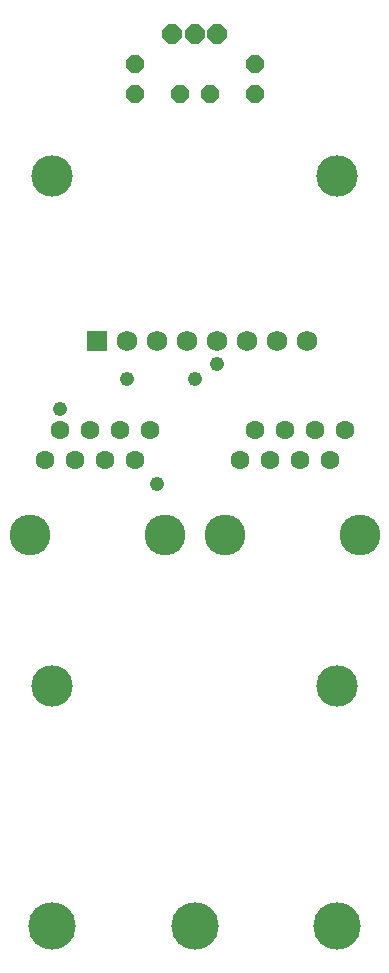
<source format=gbs>
G75*
G70*
%OFA0B0*%
%FSLAX24Y24*%
%IPPOS*%
%LPD*%
%AMOC8*
5,1,8,0,0,1.08239X$1,22.5*
%
%ADD10C,0.1580*%
%ADD11OC8,0.0600*%
%ADD12C,0.1360*%
%ADD13C,0.0630*%
%ADD14OC8,0.0634*%
%ADD15R,0.0680X0.0680*%
%ADD16C,0.0680*%
%ADD17C,0.1380*%
%ADD18C,0.0476*%
D10*
X003052Y001681D03*
X007802Y001681D03*
X012552Y001681D03*
D11*
X009802Y029431D03*
X009802Y030431D03*
X008302Y029431D03*
X007302Y029431D03*
X005802Y029431D03*
X005802Y030431D03*
D12*
X006802Y014731D03*
X008802Y014731D03*
X013302Y014731D03*
X002302Y014731D03*
D13*
X002802Y017231D03*
X003302Y018231D03*
X003802Y017231D03*
X004302Y018231D03*
X004802Y017231D03*
X005302Y018231D03*
X005802Y017231D03*
X006302Y018231D03*
X009302Y017231D03*
X009802Y018231D03*
X010302Y017231D03*
X010802Y018231D03*
X011302Y017231D03*
X011802Y018231D03*
X012302Y017231D03*
X012802Y018231D03*
D14*
X008552Y031431D03*
X007802Y031431D03*
X007052Y031431D03*
D15*
X004552Y021181D03*
D16*
X005552Y021181D03*
X006552Y021181D03*
X007552Y021181D03*
X008552Y021181D03*
X009552Y021181D03*
X010552Y021181D03*
X011552Y021181D03*
D17*
X012552Y026681D03*
X012552Y009681D03*
X003052Y009681D03*
X003052Y026681D03*
D18*
X005552Y019931D03*
X006552Y016431D03*
X007802Y019931D03*
X008552Y020431D03*
X003302Y018931D03*
M02*

</source>
